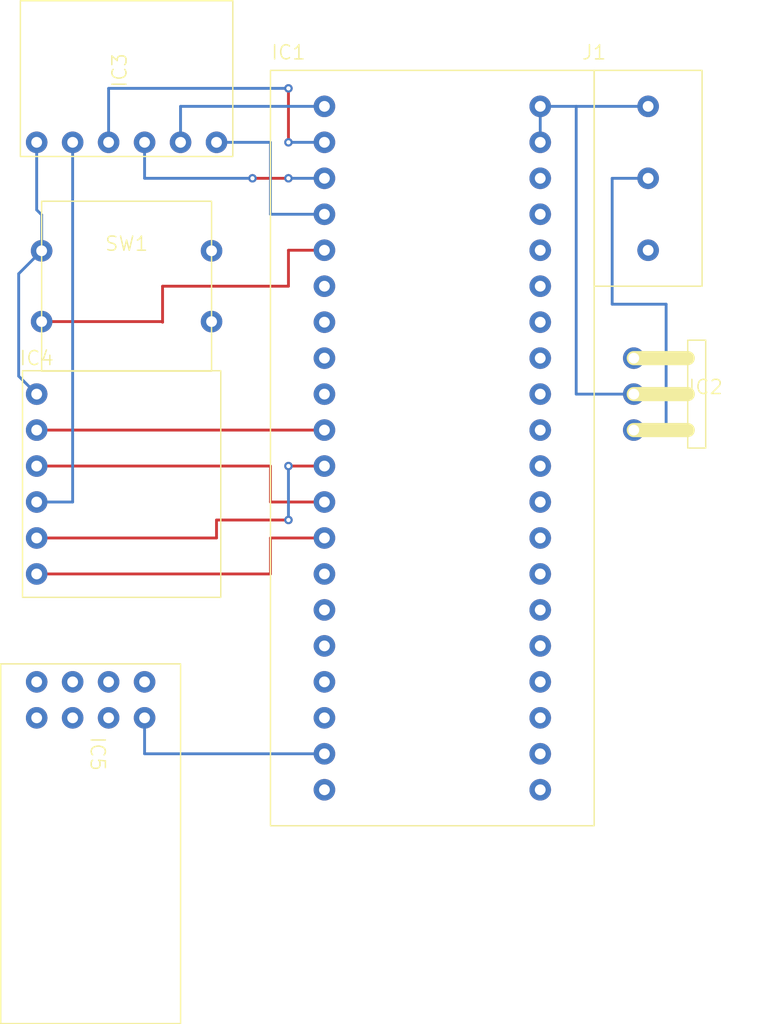
<source format=kicad_pcb>
(kicad_pcb (version 20240108) (generator "pcbnew") (generator_version "8.0")
  (layers (0 "F.Cu" signal) (31 "B.Cu" signal) (34 "B.Paste" user) (35 "F.Paste" user) (36 "B.SilkS" user "B.Silkscreen") (37 "F.SilkS" user "F.Silkscreen") (38 "B.Mask" user) (39 "F.Mask" user) (44 "Edge.Cuts" user))
  (net 0 "")
  (net 4 "Net-(IC1-B13)")
  (net 7 "Net-(IC1-B12)")
  (net 8 "+3V3")
  (net 9 "Net-(IC1-B5)")
  (net 14 "Net-(IC1-B6)")
  (net 17 "Net-(IC1-B4)")
  (net 18 "Net-(IC1-B15)")
  (net 19 "Net-(IC1-B9)")
  (net 20 "Net-(IC1-B14)")
  (net 21 "Net-(IC1-B3)")
  (net 31 "Net-(IC1-B8)")
  (net 32 "Net-(IC1-A8)")
  (net 34 "Net-(IC1-B7)")
  (net 36 "Net-(IC2-Vin)")
  (net 40 "GND")
  (net 41 "Net-(IC1-A15)")
  (footprint "DIY Electronics:ESP-01" (layer "F.Cu") (at 80.01 87.63 -90)
    (property "Reference" "IC5" (at -6.35 -0.5 -90) (layer "F.SilkS") (effects (font (thickness 0.1))))
    (property "Value" "~")
    (fp_rect (start -12.7 -6.35) (end 12.7 6.35) (stroke (width 0.1)) (fill none) (layer "F.SilkS"))
    (pad "1" thru_hole circle (at -11.43 -3.81 270) (size 1.524 1.524) (drill 0.762) (layers "*.Cu" "*.Mask") (net 34 "Net-(IC1-B7)"))
    (pad "2" thru_hole circle (at -8.89 -3.81 270) (size 1.524 1.524) (drill 0.762) (layers "*.Cu" "*.Mask") (net 40 "GND"))
    (pad "3" thru_hole circle (at -11.43 -1.27 270) (size 1.524 1.524) (drill 0.762) (layers "*.Cu" "*.Mask") (net 31 "Net-(IC1-B8)"))
    (pad "4" thru_hole circle (at -8.89 -1.27 270) (size 1.524 1.524) (drill 0.762) (layers "*.Cu" "*.Mask"))
    (pad "5" thru_hole circle (at -11.43 1.27 270) (size 1.524 1.524) (drill 0.762) (layers "*.Cu" "*.Mask"))
    (pad "6" thru_hole circle (at -8.89 1.27 270) (size 1.524 1.524) (drill 0.762) (layers "*.Cu" "*.Mask") (net 19 "Net-(IC1-B9)"))
    (pad "7" thru_hole circle (at -11.43 3.81 270) (size 1.524 1.524) (drill 0.762) (layers "*.Cu" "*.Mask") (net 8 "+3V3"))
    (pad "8" thru_hole circle (at -8.89 3.81 270) (size 1.524 1.524) (drill 0.762) (layers "*.Cu" "*.Mask") (net 14 "Net-(IC1-B6)"))
  )
  (footprint "DIY Electronics:TERMINAL-03" (layer "F.Cu") (at 119.38 40.64)
    (property "Reference" "J1" (at -3.81 -8.89 0) (layer "F.SilkS") (effects (font (thickness 0.1))))
    (property "Value" "Screw_Terminal_01x03")
    (fp_rect (start -3.81 -7.62) (end 3.81 7.62) (stroke (width 0.1)) (fill none) (layer "F.SilkS"))
    (pad "1" thru_hole circle (at 0 -5.08) (size 1.524 1.524) (drill 0.762) (layers "*.Cu" "*.Mask") (net 40 "GND"))
    (pad "2" thru_hole circle (at 0 0) (size 1.524 1.524) (drill 0.762) (layers "*.Cu" "*.Mask") (net 36 "Net-(IC2-Vin)"))
    (pad "3" thru_hole circle (at 0 5.08) (size 1.524 1.524) (drill 0.762) (layers "*.Cu" "*.Mask"))
  )
  (footprint "DIY Electronics:BLUE PILL" (layer "F.Cu") (at 104.14 59.69)
    (property "Reference" "IC1" (at -10.16 -27.94 0) (layer "F.SilkS") (effects (font (thickness 0.1))))
    (property "Value" "~")
    (fp_rect (start -11.43 -26.67) (end 11.43 26.67) (stroke (width 0.1)) (fill none) (layer "F.SilkS"))
    (pad "1" thru_hole circle (at -7.62 -24.13) (size 1.524 1.524) (drill 0.762) (layers "*.Cu" "*.Mask") (net 7 "Net-(IC1-B12)"))
    (pad "2" thru_hole circle (at -7.62 -21.59) (size 1.524 1.524) (drill 0.762) (layers "*.Cu" "*.Mask") (net 4 "Net-(IC1-B13)"))
    (pad "3" thru_hole circle (at -7.62 -19.05) (size 1.524 1.524) (drill 0.762) (layers "*.Cu" "*.Mask") (net 20 "Net-(IC1-B14)"))
    (pad "4" thru_hole circle (at -7.62 -16.51) (size 1.524 1.524) (drill 0.762) (layers "*.Cu" "*.Mask") (net 18 "Net-(IC1-B15)"))
    (pad "5" thru_hole circle (at -7.62 -13.97) (size 1.524 1.524) (drill 0.762) (layers "*.Cu" "*.Mask") (net 32 "Net-(IC1-A8)"))
    (pad "6" thru_hole circle (at -7.62 -11.43) (size 1.524 1.524) (drill 0.762) (layers "*.Cu" "*.Mask"))
    (pad "7" thru_hole circle (at -7.62 -8.89) (size 1.524 1.524) (drill 0.762) (layers "*.Cu" "*.Mask"))
    (pad "8" thru_hole circle (at -7.62 -6.35) (size 1.524 1.524) (drill 0.762) (layers "*.Cu" "*.Mask"))
    (pad "9" thru_hole circle (at -7.62 -3.81) (size 1.524 1.524) (drill 0.762) (layers "*.Cu" "*.Mask"))
    (pad "10" thru_hole circle (at -7.62 -1.27) (size 1.524 1.524) (drill 0.762) (layers "*.Cu" "*.Mask") (net 41 "Net-(IC1-A15)"))
    (pad "11" thru_hole circle (at -7.62 1.27) (size 1.524 1.524) (drill 0.762) (layers "*.Cu" "*.Mask") (net 21 "Net-(IC1-B3)"))
    (pad "12" thru_hole circle (at -7.62 3.81) (size 1.524 1.524) (drill 0.762) (layers "*.Cu" "*.Mask") (net 17 "Net-(IC1-B4)"))
    (pad "13" thru_hole circle (at -7.62 6.35) (size 1.524 1.524) (drill 0.762) (layers "*.Cu" "*.Mask") (net 9 "Net-(IC1-B5)"))
    (pad "14" thru_hole circle (at -7.62 8.89) (size 1.524 1.524) (drill 0.762) (layers "*.Cu" "*.Mask") (net 14 "Net-(IC1-B6)"))
    (pad "15" thru_hole circle (at -7.62 11.43) (size 1.524 1.524) (drill 0.762) (layers "*.Cu" "*.Mask") (net 34 "Net-(IC1-B7)"))
    (pad "16" thru_hole circle (at -7.62 13.97) (size 1.524 1.524) (drill 0.762) (layers "*.Cu" "*.Mask") (net 31 "Net-(IC1-B8)"))
    (pad "17" thru_hole circle (at -7.62 16.51) (size 1.524 1.524) (drill 0.762) (layers "*.Cu" "*.Mask") (net 19 "Net-(IC1-B9)"))
    (pad "18" thru_hole circle (at -7.62 19.05) (size 1.524 1.524) (drill 0.762) (layers "*.Cu" "*.Mask"))
    (pad "19" thru_hole circle (at -7.62 21.59) (size 1.524 1.524) (drill 0.762) (layers "*.Cu" "*.Mask") (net 40 "GND"))
    (pad "20" thru_hole circle (at -7.62 24.13) (size 1.524 1.524) (drill 0.762) (layers "*.Cu" "*.Mask") (net 8 "+3V3"))
    (pad "21" thru_hole circle (at 7.62 24.13) (size 1.524 1.524) (drill 0.762) (layers "*.Cu" "*.Mask"))
    (pad "22" thru_hole circle (at 7.62 21.59) (size 1.524 1.524) (drill 0.762) (layers "*.Cu" "*.Mask"))
    (pad "23" thru_hole circle (at 7.62 19.05) (size 1.524 1.524) (drill 0.762) (layers "*.Cu" "*.Mask"))
    (pad "24" thru_hole circle (at 7.62 16.51) (size 1.524 1.524) (drill 0.762) (layers "*.Cu" "*.Mask"))
    (pad "25" thru_hole circle (at 7.62 13.97) (size 1.524 1.524) (drill 0.762) (layers "*.Cu" "*.Mask"))
    (pad "26" thru_hole circle (at 7.62 11.43) (size 1.524 1.524) (drill 0.762) (layers "*.Cu" "*.Mask"))
    (pad "27" thru_hole circle (at 7.62 8.89) (size 1.524 1.524) (drill 0.762) (layers "*.Cu" "*.Mask"))
    (pad "28" thru_hole circle (at 7.62 6.35) (size 1.524 1.524) (drill 0.762) (layers "*.Cu" "*.Mask"))
    (pad "29" thru_hole circle (at 7.62 3.81) (size 1.524 1.524) (drill 0.762) (layers "*.Cu" "*.Mask"))
    (pad "30" thru_hole circle (at 7.62 1.27) (size 1.524 1.524) (drill 0.762) (layers "*.Cu" "*.Mask"))
    (pad "31" thru_hole circle (at 7.62 -1.27) (size 1.524 1.524) (drill 0.762) (layers "*.Cu" "*.Mask"))
    (pad "32" thru_hole circle (at 7.62 -3.81) (size 1.524 1.524) (drill 0.762) (layers "*.Cu" "*.Mask"))
    (pad "33" thru_hole circle (at 7.62 -6.35) (size 1.524 1.524) (drill 0.762) (layers "*.Cu" "*.Mask"))
    (pad "34" thru_hole circle (at 7.62 -8.89) (size 1.524 1.524) (drill 0.762) (layers "*.Cu" "*.Mask"))
    (pad "35" thru_hole circle (at 7.62 -11.43) (size 1.524 1.524) (drill 0.762) (layers "*.Cu" "*.Mask"))
    (pad "36" thru_hole circle (at 7.62 -13.97) (size 1.524 1.524) (drill 0.762) (layers "*.Cu" "*.Mask"))
    (pad "37" thru_hole circle (at 7.62 -16.51) (size 1.524 1.524) (drill 0.762) (layers "*.Cu" "*.Mask"))
    (pad "38" thru_hole circle (at 7.62 -19.05) (size 1.524 1.524) (drill 0.762) (layers "*.Cu" "*.Mask") (net 8 "+3V3"))
    (pad "39" thru_hole circle (at 7.62 -21.59) (size 1.524 1.524) (drill 0.762) (layers "*.Cu" "*.Mask") (net 40 "GND"))
    (pad "40" thru_hole circle (at 7.62 -24.13) (size 1.524 1.524) (drill 0.762) (layers "*.Cu" "*.Mask") (net 40 "GND"))
  )
  (footprint "DIY Electronics:FLASH-SPI" (layer "F.Cu") (at 82.55 62.23)
    (property "Reference" "IC4" (at -6.35 -8.89 0) (layer "F.SilkS") (effects (font (thickness 0.1))))
    (property "Value" "~")
    (fp_rect (start -7.35 -8) (end 6.65 8) (stroke (width 0.1)) (fill none) (layer "F.SilkS"))
    (pad "1" thru_hole circle (at -6.35 -6.35) (size 1.524 1.524) (drill 0.762) (layers "*.Cu" "*.Mask") (net 8 "+3V3"))
    (pad "2" thru_hole circle (at -6.35 -3.81) (size 1.524 1.524) (drill 0.762) (layers "*.Cu" "*.Mask") (net 41 "Net-(IC1-A15)"))
    (pad "3" thru_hole circle (at -6.35 -1.27) (size 1.524 1.524) (drill 0.762) (layers "*.Cu" "*.Mask") (net 17 "Net-(IC1-B4)"))
    (pad "4" thru_hole circle (at -6.35 1.27) (size 1.524 1.524) (drill 0.762) (layers "*.Cu" "*.Mask") (net 40 "GND"))
    (pad "5" thru_hole circle (at -6.35 3.81) (size 1.524 1.524) (drill 0.762) (layers "*.Cu" "*.Mask") (net 21 "Net-(IC1-B3)"))
    (pad "6" thru_hole circle (at -6.35 6.35) (size 1.524 1.524) (drill 0.762) (layers "*.Cu" "*.Mask") (net 9 "Net-(IC1-B5)"))
  )
  (footprint "DIY Electronics:BIG BUTTON" (layer "F.Cu") (at 82.55 48.26)
    (property "Reference" "SW1" (at 0 -3 0) (layer "F.SilkS") (effects (font (thickness 0.1))))
    (property "Value" "SW_Push")
    (fp_rect (start -6 -6) (end 6 6) (stroke (width 0.1)) (fill none) (layer "F.SilkS"))
    (pad "1" thru_hole circle (at -6 -2.5) (size 1.524 1.524) (drill 0.762) (layers "*.Cu" "*.Mask") (net 8 "+3V3"))
    (pad "2" thru_hole circle (at -6 2.5) (size 1.524 1.524) (drill 0.762) (layers "*.Cu" "*.Mask") (net 32 "Net-(IC1-A8)"))
    (pad "3" thru_hole circle (at 6 -2.5) (size 1.524 1.524) (drill 0.762) (layers "*.Cu" "*.Mask"))
    (pad "4" thru_hole circle (at 6 2.5) (size 1.524 1.524) (drill 0.762) (layers "*.Cu" "*.Mask"))
  )
  (footprint "DIY Electronics:REGULATOR" (layer "F.Cu") (at 123.446 55.88)
    (property "Reference" "IC2" (at 0 -0.5 0) (layer "F.SilkS") (effects (font (thickness 0.1))))
    (property "Value" "~")
    (fp_line (start -5.08 -2.54) (end -1.27 -2.54) (stroke (width 1)) (layer "F.SilkS"))
    (fp_line (start -1.27 0) (end -5.08 0) (stroke (width 1)) (layer "F.SilkS"))
    (fp_line (start -1.27 2.54) (end -5.08 2.54) (stroke (width 1)) (layer "F.SilkS"))
    (fp_rect (start -1.27 -3.81) (end 0 3.81) (stroke (width 0.1)) (fill none) (layer "F.SilkS"))
    (pad "1" thru_hole circle (at -5.08 -2.54) (size 1.524 1.524) (drill 0.762) (layers "*.Cu" "*.Mask") (net 8 "+3V3"))
    (pad "2" thru_hole circle (at -5.08 0) (size 1.524 1.524) (drill 0.762) (layers "*.Cu" "*.Mask") (net 40 "GND"))
    (pad "3" thru_hole circle (at -5.08 2.54) (size 1.524 1.524) (drill 0.762) (layers "*.Cu" "*.Mask") (net 36 "Net-(IC2-Vin)"))
  )
  (footprint "DIY Electronics:BME280-SPI" (layer "F.Cu") (at 82.55 33.02 90)
    (property "Reference" "IC3" (at 0 -0.5 90) (layer "F.SilkS") (effects (font (thickness 0.1))))
    (property "Value" "~")
    (fp_rect (start -6.08 -7.5) (end 4.92 7.5) (stroke (width 0.1)) (fill none) (layer "F.SilkS"))
    (pad "1" thru_hole circle (at -5.08 -6.35 90) (size 1.524 1.524) (drill 0.762) (layers "*.Cu" "*.Mask") (net 8 "+3V3"))
    (pad "2" thru_hole circle (at -5.08 -3.81 90) (size 1.524 1.524) (drill 0.762) (layers "*.Cu" "*.Mask") (net 40 "GND"))
    (pad "3" thru_hole circle (at -5.08 -1.27 90) (size 1.524 1.524) (drill 0.762) (layers "*.Cu" "*.Mask") (net 4 "Net-(IC1-B13)"))
    (pad "4" thru_hole circle (at -5.08 1.27 90) (size 1.524 1.524) (drill 0.762) (layers "*.Cu" "*.Mask") (net 20 "Net-(IC1-B14)"))
    (pad "5" thru_hole circle (at -5.08 3.81 90) (size 1.524 1.524) (drill 0.762) (layers "*.Cu" "*.Mask") (net 7 "Net-(IC1-B12)"))
    (pad "6" thru_hole circle (at -5.08 6.35 90) (size 1.524 1.524) (drill 0.762) (layers "*.Cu" "*.Mask") (net 18 "Net-(IC1-B15)"))
  )
  (segment (start 93.98 34.29) (end 93.98 38.1) (width 0.2) (layer "F.Cu") (net 4))
  (via (at 93.98 34.29) (size 0.6) (drill 0.3) (layers "F.Cu" "B.Cu") (net 4))
  (via (at 93.98 38.1) (size 0.6) (drill 0.3) (layers "F.Cu" "B.Cu") (net 4))
  (segment (start 81.28 34.29) (end 93.98 34.29) (width 0.2) (layer "B.Cu") (net 4))
  (segment (start 81.28 38.1) (end 81.28 34.29) (width 0.2) (layer "B.Cu") (net 4))
  (segment (start 96.52 38.1) (end 93.98 38.1) (width 0.2) (layer "B.Cu") (net 4))
  (segment (start 96.52 35.56) (end 86.36 35.56) (width 0.2) (layer "B.Cu") (net 7))
  (segment (start 86.36 35.56) (end 86.36 38.1) (width 0.2) (layer "B.Cu") (net 7))
  (segment (start 76.55 43.22) (end 76.2 42.87) (width 0.2) (layer "B.Cu") (net 8))
  (segment (start 74.93 47.38) (end 76.55 45.76) (width 0.2) (layer "B.Cu") (net 8))
  (segment (start 74.93 54.61) (end 74.93 47.38) (width 0.2) (layer "B.Cu") (net 8))
  (segment (start 76.2 38.1) (end 76.2 42.87) (width 0.2) (layer "B.Cu") (net 8))
  (segment (start 76.2 55.88) (end 74.93 54.61) (width 0.2) (layer "B.Cu") (net 8))
  (segment (start 76.55 45.76) (end 76.55 43.22) (width 0.2) (layer "B.Cu") (net 8))
  (segment (start 76.2 68.58) (end 92.71 68.58) (width 0.2) (layer "F.Cu") (net 9))
  (segment (start 92.71 68.58) (end 92.71 66.04) (width 0.2) (layer "F.Cu") (net 9))
  (segment (start 92.71 66.04) (end 96.52 66.04) (width 0.2) (layer "F.Cu") (net 9))
  (segment (start 92.71 63.5) (end 96.52 63.5) (width 0.2) (layer "F.Cu") (net 17))
  (segment (start 92.71 60.96) (end 92.71 63.5) (width 0.2) (layer "F.Cu") (net 17))
  (segment (start 76.2 60.96) (end 92.71 60.96) (width 0.2) (layer "F.Cu") (net 17))
  (segment (start 92.71 43.18) (end 96.52 43.18) (width 0.2) (layer "B.Cu") (net 18))
  (segment (start 88.9 38.1) (end 92.71 38.1) (width 0.2) (layer "B.Cu") (net 18))
  (segment (start 92.71 38.1) (end 92.71 43.18) (width 0.2) (layer "B.Cu") (net 18))
  (segment (start 91.44 40.64) (end 93.98 40.64) (width 0.2) (layer "F.Cu") (net 20))
  (via (at 93.98 40.64) (size 0.6) (drill 0.3) (layers "F.Cu" "B.Cu") (net 20))
  (via (at 91.44 40.64) (size 0.6) (drill 0.3) (layers "F.Cu" "B.Cu") (net 20))
  (segment (start 83.82 38.1) (end 83.82 40.64) (width 0.2) (layer "B.Cu") (net 20))
  (segment (start 83.82 40.64) (end 91.44 40.64) (width 0.2) (layer "B.Cu") (net 20))
  (segment (start 96.52 40.64) (end 93.98 40.64) (width 0.2) (layer "B.Cu") (net 20))
  (segment (start 88.9 64.77) (end 93.98 64.77) (width 0.2) (layer "F.Cu") (net 21))
  (segment (start 96.52 60.96) (end 93.98 60.96) (width 0.2) (layer "F.Cu") (net 21))
  (segment (start 76.2 66.04) (end 88.9 66.04) (width 0.2) (layer "F.Cu") (net 21))
  (segment (start 88.9 66.04) (end 88.9 64.77) (width 0.2) (layer "F.Cu") (net 21))
  (via (at 93.98 64.77) (size 0.6) (drill 0.3) (layers "F.Cu" "B.Cu") (net 21))
  (via (at 93.98 60.96) (size 0.6) (drill 0.3) (layers "F.Cu" "B.Cu") (net 21))
  (segment (start 93.98 60.96) (end 93.98 64.77) (width 0.2) (layer "B.Cu") (net 21))
  (segment (start 85.09 50.8) (end 85.09 48.26) (width 0.2) (layer "F.Cu") (net 32))
  (segment (start 85.09 48.26) (end 93.98 48.26) (width 0.2) (layer "F.Cu") (net 32))
  (segment (start 93.98 45.72) (end 96.52 45.72) (width 0.2) (layer "F.Cu") (net 32))
  (segment (start 93.98 48.26) (end 93.98 45.72) (width 0.2) (layer "F.Cu") (net 32))
  (segment (start 85.05 50.76) (end 85.09 50.8) (width 0.2) (layer "F.Cu") (net 32))
  (segment (start 76.55 50.76) (end 85.05 50.76) (width 0.2) (layer "F.Cu") (net 32))
  (segment (start 119.38 40.64) (end 116.84 40.64) (width 0.2) (layer "B.Cu") (net 36))
  (segment (start 120.65 49.53) (end 120.65 58.42) (width 0.2) (layer "B.Cu") (net 36))
  (segment (start 120.65 58.42) (end 118.366 58.42) (width 0.2) (layer "B.Cu") (net 36))
  (segment (start 116.84 40.64) (end 116.84 49.53) (width 0.2) (layer "B.Cu") (net 36))
  (segment (start 116.84 49.53) (end 120.65 49.53) (width 0.2) (layer "B.Cu") (net 36))
  (segment (start 111.76 35.56) (end 111.76 38.1) (width 0.2) (layer "B.Cu") (net 40))
  (segment (start 114.3 35.56) (end 114.3 55.88) (width 0.2) (layer "B.Cu") (net 40))
  (segment (start 114.3 35.56) (end 111.76 35.56) (width 0.2) (layer "B.Cu") (net 40))
  (segment (start 83.82 81.28) (end 83.82 78.74) (width 0.2) (layer "B.Cu") (net 40))
  (segment (start 96.52 81.28) (end 83.82 81.28) (width 0.2) (layer "B.Cu") (net 40))
  (segment (start 78.74 63.5) (end 76.2 63.5) (width 0.2) (layer "B.Cu") (net 40))
  (segment (start 119.38 35.56) (end 114.3 35.56) (width 0.2) (layer "B.Cu") (net 40))
  (segment (start 78.74 38.1) (end 78.74 63.5) (width 0.2) (layer "B.Cu") (net 40))
  (segment (start 114.3 55.88) (end 118.366 55.88) (width 0.2) (layer "B.Cu") (net 40))
  (segment (start 76.2 58.42) (end 96.52 58.42) (width 0.2) (layer "F.Cu") (net 41))
)
</source>
